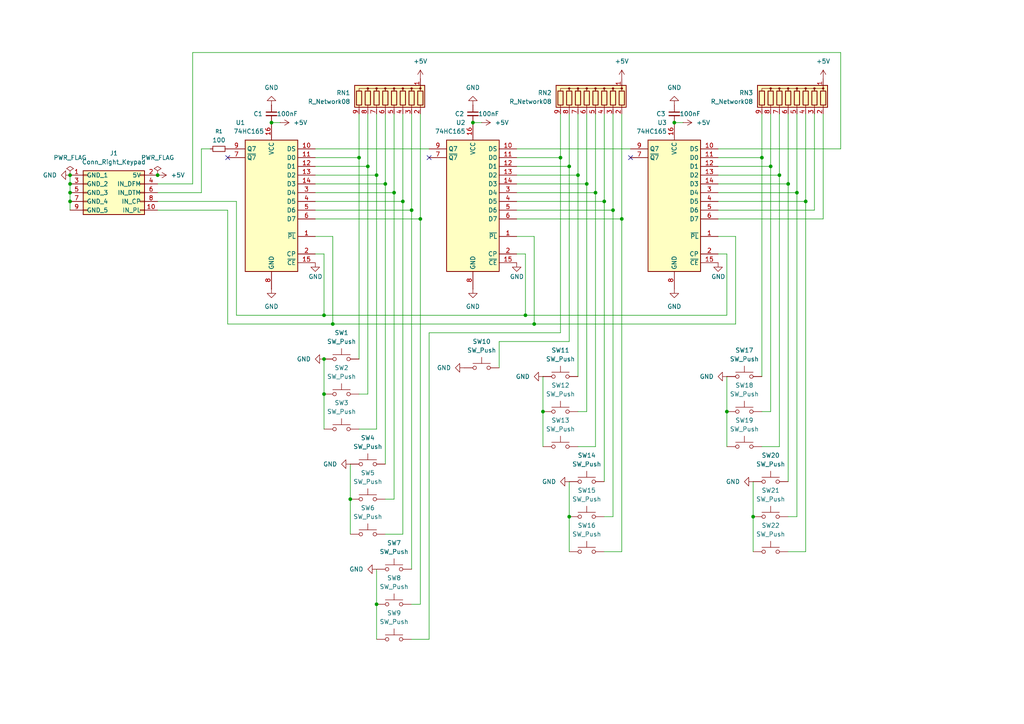
<source format=kicad_sch>
(kicad_sch (version 20250114) (generator "eeschema") (generator_version "9.0")
  (paper "A4")
  (lib_symbols
    (symbol "74xx:74HC165"
      (property "Reference" "U" (at -7.62 19.05 0))
      (property "Value" "74HC165" (at -7.62 -21.59 0))
      (symbol "74HC165_1_0"
        (pin input line (at -12.7 15.24 0) (length 5.08) (name "DS") (number "10"))
        (pin input line (at -12.7 12.7 0) (length 5.08) (name "D0") (number "11"))
        (pin input line (at -12.7 10.16 0) (length 5.08) (name "D1") (number "12"))
        (pin input line (at -12.7 7.62 0) (length 5.08) (name "D2") (number "13"))
        (pin input line (at -12.7 5.08 0) (length 5.08) (name "D3") (number "14"))
        (pin input line (at -12.7 2.54 0) (length 5.08) (name "D4") (number "3"))
        (pin input line (at -12.7 0 0) (length 5.08) (name "D5") (number "4"))
        (pin input line (at -12.7 -2.54 0) (length 5.08) (name "D6") (number "5"))
        (pin input line (at -12.7 -5.08 0) (length 5.08) (name "D7") (number "6"))
        (pin input line (at -12.7 -10.16 0) (length 5.08) (name "~{PL}") (number "1"))
        (pin input line (at -12.7 -15.24 0) (length 5.08) (name "CP") (number "2"))
        (pin input line (at -12.7 -17.78 0) (length 5.08) (name "~{CE}") (number "15"))
        (pin power_in line (at 0 22.86 270) (length 5.08) (name "VCC") (number "16"))
        (pin power_in line (at 0 -25.4 90) (length 5.08) (name "GND") (number "8"))
        (pin output line (at 12.7 15.24 180) (length 5.08) (name "Q7") (number "9"))
        (pin output line (at 12.7 12.7 180) (length 5.08) (name "~{Q7}") (number "7"))
      )
      (symbol "74HC165_1_1"
        (rectangle (start -7.62 17.78) (end 7.62 -20.32) (stroke (width 0.254)) (fill (type background)))
      )
    )
    (symbol "Device:C_Small" (pin_numbers (hide yes)) (pin_names (offset 0.254) (hide yes))
      (property "Reference" "C" (at 0.254 1.778 0))
      (property "Value" "C_Small" (at 0.254 -2.032 0))
      (symbol "C_Small_0_1"
        (polyline (pts (xy -1.524 0.508) (xy 1.524 0.508)) (stroke (width 0.3048)))
        (polyline (pts (xy -1.524 -0.508) (xy 1.524 -0.508)) (stroke (width 0.3302)))
      )
      (symbol "C_Small_1_1"
        (pin passive line (at 0 2.54 270) (length 2.032) (name "~") (number "1"))
        (pin passive line (at 0 -2.54 90) (length 2.032) (name "~") (number "2"))
      )
    )
    (symbol "Device:R_Network08" (pin_names (offset 0) (hide yes))
      (property "Reference" "RN" (at -12.7 0 90))
      (property "Value" "R_Network08" (at 10.16 0 90))
      (symbol "R_Network08_0_1"
        (rectangle (start -11.43 -3.175) (end 8.89 3.175) (stroke (width 0.254)) (fill (type background)))
        (rectangle (start -10.922 1.524) (end -9.398 -2.54) (stroke (width 0.254)))
        (circle (center -10.16 2.286) (radius 0.254) (fill (type outline)))
        (polyline (pts (xy -10.16 1.524) (xy -10.16 2.286) (xy -7.62 2.286) (xy -7.62 1.524)))
        (polyline (pts (xy -10.16 -2.54) (xy -10.16 -3.81)))
        (rectangle (start -8.382 1.524) (end -6.858 -2.54) (stroke (width 0.254)))
        (circle (center -7.62 2.286) (radius 0.254) (fill (type outline)))
        (polyline (pts (xy -7.62 1.524) (xy -7.62 2.286) (xy -5.08 2.286) (xy -5.08 1.524)))
        (polyline (pts (xy -7.62 -2.54) (xy -7.62 -3.81)))
        (rectangle (start -5.842 1.524) (end -4.318 -2.54) (stroke (width 0.254)))
        (circle (center -5.08 2.286) (radius 0.254) (fill (type outline)))
        (polyline (pts (xy -5.08 1.524) (xy -5.08 2.286) (xy -2.54 2.286) (xy -2.54 1.524)))
        (polyline (pts (xy -5.08 -2.54) (xy -5.08 -3.81)))
        (rectangle (start -3.302 1.524) (end -1.778 -2.54) (stroke (width 0.254)))
        (circle (center -2.54 2.286) (radius 0.254) (fill (type outline)))
        (polyline (pts (xy -2.54 1.524) (xy -2.54 2.286) (xy 0 2.286) (xy 0 1.524)))
        (polyline (pts (xy -2.54 -2.54) (xy -2.54 -3.81)))
        (rectangle (start -0.762 1.524) (end 0.762 -2.54) (stroke (width 0.254)))
        (circle (center 0 2.286) (radius 0.254) (fill (type outline)))
        (polyline (pts (xy 0 1.524) (xy 0 2.286) (xy 2.54 2.286) (xy 2.54 1.524)))
        (polyline (pts (xy 0 -2.54) (xy 0 -3.81)))
        (rectangle (start 1.778 1.524) (end 3.302 -2.54) (stroke (width 0.254)))
        (circle (center 2.54 2.286) (radius 0.254) (fill (type outline)))
        (polyline (pts (xy 2.54 1.524) (xy 2.54 2.286) (xy 5.08 2.286) (xy 5.08 1.524)))
        (polyline (pts (xy 2.54 -2.54) (xy 2.54 -3.81)))
        (rectangle (start 4.318 1.524) (end 5.842 -2.54) (stroke (width 0.254)))
        (circle (center 5.08 2.286) (radius 0.254) (fill (type outline)))
        (polyline (pts (xy 5.08 1.524) (xy 5.08 2.286) (xy 7.62 2.286) (xy 7.62 1.524)))
        (polyline (pts (xy 5.08 -2.54) (xy 5.08 -3.81)))
        (rectangle (start 6.858 1.524) (end 8.382 -2.54) (stroke (width 0.254)))
        (polyline (pts (xy 7.62 -2.54) (xy 7.62 -3.81)))
      )
      (symbol "R_Network08_1_1"
        (pin passive line (at -10.16 5.08 270) (length 2.54) (name "common") (number "1"))
        (pin passive line (at -10.16 -5.08 90) (length 1.27) (name "R1") (number "2"))
        (pin passive line (at -7.62 -5.08 90) (length 1.27) (name "R2") (number "3"))
        (pin passive line (at -5.08 -5.08 90) (length 1.27) (name "R3") (number "4"))
        (pin passive line (at -2.54 -5.08 90) (length 1.27) (name "R4") (number "5"))
        (pin passive line (at 0 -5.08 90) (length 1.27) (name "R5") (number "6"))
        (pin passive line (at 2.54 -5.08 90) (length 1.27) (name "R6") (number "7"))
        (pin passive line (at 5.08 -5.08 90) (length 1.27) (name "R7") (number "8"))
        (pin passive line (at 7.62 -5.08 90) (length 1.27) (name "R8") (number "9"))
      )
    )
    (symbol "Device:R_Small" (pin_numbers (hide yes)) (pin_names (offset 0.254) (hide yes))
      (property "Reference" "R" (at 0 0 90))
      (property "Value" "R_Small" (at 1.778 0 90))
      (symbol "R_Small_0_1"
        (rectangle (start -0.762 1.778) (end 0.762 -1.778) (stroke (width 0.2032)))
      )
      (symbol "R_Small_1_1"
        (pin passive line (at 0 2.54 270) (length 0.762) (name "~") (number "1"))
        (pin passive line (at 0 -2.54 90) (length 0.762) (name "~") (number "2"))
      )
    )
    (symbol "Switch:SW_Push" (pin_numbers (hide yes)) (pin_names (offset 1.016) (hide yes))
      (property "Reference" "SW" (at 1.27 2.54 0))
      (property "Value" "SW_Push" (at 0 -1.524 0))
      (symbol "SW_Push_0_1"
        (circle (center -2.032 0) (radius 0.508))
        (polyline (pts (xy 0 1.27) (xy 0 3.048)))
        (circle (center 2.032 0) (radius 0.508))
        (polyline (pts (xy 2.54 1.27) (xy -2.54 1.27)))
        (pin passive line (at -5.08 0 0) (length 2.54) (name "1") (number "1"))
        (pin passive line (at 5.08 0 180) (length 2.54) (name "2") (number "2"))
      )
    )
    (symbol "System_Connectors:Conn_Right_Keypad" (pin_names (offset 1.016))
      (property "Reference" "J" (at 1.27 7.62 0))
      (property "Value" "Conn_Right_Keypad" (at 1.27 -7.62 0))
      (symbol "Conn_Right_Keypad_1_1"
        (rectangle (start -8.89 6.35) (end 8.89 -6.35) (stroke (width 0.254)) (fill (type background)))
        (rectangle (start -8.89 5.207) (end -7.62 4.953) (stroke (width 0.1524)))
        (rectangle (start -8.89 2.667) (end -7.62 2.413) (stroke (width 0.1524)))
        (rectangle (start -8.89 0.127) (end -7.62 -0.127) (stroke (width 0.1524)))
        (rectangle (start -8.89 -2.413) (end -7.62 -2.667) (stroke (width 0.1524)))
        (rectangle (start -8.89 -4.953) (end -7.62 -5.207) (stroke (width 0.1524)))
        (rectangle (start 8.89 5.207) (end 7.62 4.953) (stroke (width 0.1524)))
        (rectangle (start 8.89 2.667) (end 7.62 2.413) (stroke (width 0.1524)))
        (rectangle (start 8.89 0.127) (end 7.62 -0.127) (stroke (width 0.1524)))
        (rectangle (start 8.89 -2.413) (end 7.62 -2.667) (stroke (width 0.1524)))
        (rectangle (start 8.89 -4.953) (end 7.62 -5.207) (stroke (width 0.1524)))
        (pin passive line (at -12.7 5.08 0) (length 3.81) (name "GND_1") (number "1"))
        (pin passive line (at -12.7 2.54 0) (length 3.81) (name "GND_2") (number "3"))
        (pin passive line (at -12.7 0 0) (length 3.81) (name "GND_3") (number "5"))
        (pin passive line (at -12.7 -2.54 0) (length 3.81) (name "GND_4") (number "7"))
        (pin passive line (at -12.7 -5.08 0) (length 3.81) (name "GND_5") (number "9"))
        (pin passive line (at 12.7 5.08 180) (length 3.81) (name "5V") (number "2"))
        (pin passive line (at 12.7 2.54 180) (length 3.81) (name "IN_DFM") (number "4"))
        (pin passive line (at 12.7 0 180) (length 3.81) (name "IN_DTM") (number "6"))
        (pin passive line (at 12.7 -2.54 180) (length 3.81) (name "IN_CP") (number "8"))
        (pin passive line (at 12.7 -5.08 180) (length 3.81) (name "IN_PL") (number "10"))
      )
    )
    (symbol "power:+5V" (power) (pin_numbers (hide yes)) (pin_names (offset 0) (hide yes))
      (property "Value" "+5V" (at 0 3.556 0))
      (symbol "+5V_0_1"
        (polyline (pts (xy -0.762 1.27) (xy 0 2.54)))
        (polyline (pts (xy 0 2.54) (xy 0.762 1.27)))
        (polyline (pts (xy 0 0) (xy 0 2.54)))
      )
      (symbol "+5V_1_1"
        (pin power_in line (at 0 0 90) (length 0) (name "~") (number "1"))
      )
    )
    (symbol "power:GND" (power) (pin_numbers (hide yes)) (pin_names (offset 0) (hide yes))
      (property "Value" "GND" (at 0 -3.81 0))
      (symbol "GND_0_1"
        (polyline (pts (xy 0 0) (xy 0 -1.27) (xy 1.27 -1.27) (xy 0 -2.54) (xy -1.27 -1.27) (xy 0 -1.27)))
      )
      (symbol "GND_1_1"
        (pin power_in line (at 0 0 270) (length 0) (name "~") (number "1"))
      )
    )
    (symbol "power:PWR_FLAG" (power) (pin_numbers (hide yes)) (pin_names (offset 0) (hide yes))
      (property "Value" "PWR_FLAG" (at 0 3.81 0))
      (symbol "PWR_FLAG_0_0"
        (pin power_out line (at 0 0 90) (length 0) (name "~") (number "1"))
      )
      (symbol "PWR_FLAG_0_1"
        (polyline (pts (xy 0 0) (xy 0 1.27) (xy -1.016 1.905) (xy 0 2.54) (xy 1.016 1.905) (xy 0 1.27)))
      )
    )
  )
  (junction (at 101.6 144.78))
  (junction (at 223.52 48.26))
  (junction (at 93.98 114.3))
  (junction (at 119.38 60.96))
  (junction (at 111.76 53.34))
  (junction (at 20.32 53.34))
  (junction (at 137.16 35.56))
  (junction (at 96.52 93.98))
  (junction (at 226.06 50.8))
  (junction (at 167.64 50.8))
  (junction (at 93.98 91.44))
  (junction (at 231.14 55.88))
  (junction (at 195.58 35.56))
  (junction (at 220.98 45.72))
  (junction (at 165.1 149.86))
  (junction (at 20.32 55.88))
  (junction (at 121.92 63.5))
  (junction (at 170.18 53.34))
  (junction (at 109.22 50.8))
  (junction (at 93.98 104.14))
  (junction (at 114.3 55.88))
  (junction (at 210.82 119.38))
  (junction (at 177.8 60.96))
  (junction (at 104.14 45.72))
  (junction (at 152.4 91.44))
  (junction (at 233.68 58.42))
  (junction (at 165.1 48.26))
  (junction (at 157.48 119.38))
  (junction (at 20.32 58.42))
  (junction (at 106.68 48.26))
  (junction (at 172.72 55.88))
  (junction (at 162.56 45.72))
  (junction (at 116.84 58.42))
  (junction (at 109.22 175.26))
  (junction (at 154.94 93.98))
  (junction (at 78.74 35.56))
  (junction (at 228.6 53.34))
  (junction (at 218.44 149.86))
  (junction (at 20.32 50.8))
  (junction (at 45.72 50.8))
  (junction (at 180.34 63.5))
  (junction (at 175.26 58.42))
  (no_connect (at 66.04 45.72))
  (no_connect (at 124.46 45.72))
  (no_connect (at 182.88 45.72))
  (wire (pts (xy 111.76 144.78) (xy 114.3 144.78)))
  (wire (pts (xy 96.52 93.98) (xy 66.04 93.98)))
  (wire (pts (xy 198.12 35.56) (xy 195.58 35.56)))
  (wire (pts (xy 165.1 48.26) (xy 165.1 99.06)))
  (wire (pts (xy 226.06 129.54) (xy 226.06 50.8)))
  (wire (pts (xy 226.06 50.8) (xy 208.28 50.8)))
  (wire (pts (xy 223.52 33.02) (xy 223.52 48.26)))
  (wire (pts (xy 68.58 91.44) (xy 68.58 58.42)))
  (wire (pts (xy 93.98 91.44) (xy 68.58 91.44)))
  (wire (pts (xy 208.28 73.66) (xy 210.82 73.66)))
  (wire (pts (xy 20.32 50.8) (xy 20.32 53.34)))
  (wire (pts (xy 124.46 96.52) (xy 162.56 96.52)))
  (wire (pts (xy 170.18 33.02) (xy 170.18 53.34)))
  (wire (pts (xy 116.84 154.94) (xy 116.84 58.42)))
  (wire (pts (xy 220.98 45.72) (xy 220.98 109.22)))
  (wire (pts (xy 104.14 33.02) (xy 104.14 45.72)))
  (wire (pts (xy 58.42 43.18) (xy 60.96 43.18)))
  (wire (pts (xy 119.38 185.42) (xy 124.46 185.42)))
  (wire (pts (xy 177.8 60.96) (xy 149.86 60.96)))
  (wire (pts (xy 157.48 109.22) (xy 157.48 119.38)))
  (wire (pts (xy 167.64 119.38) (xy 170.18 119.38)))
  (wire (pts (xy 243.84 43.18) (xy 243.84 15.24)))
  (wire (pts (xy 20.32 55.88) (xy 20.32 58.42)))
  (wire (pts (xy 175.26 149.86) (xy 177.8 149.86)))
  (wire (pts (xy 233.68 160.02) (xy 233.68 58.42)))
  (wire (pts (xy 228.6 53.34) (xy 208.28 53.34)))
  (wire (pts (xy 101.6 144.78) (xy 101.6 154.94)))
  (wire (pts (xy 66.04 60.96) (xy 45.72 60.96)))
  (wire (pts (xy 152.4 91.44) (xy 210.82 91.44)))
  (wire (pts (xy 154.94 68.58) (xy 154.94 93.98)))
  (wire (pts (xy 177.8 149.86) (xy 177.8 60.96)))
  (wire (pts (xy 233.68 33.02) (xy 233.68 58.42)))
  (wire (pts (xy 119.38 33.02) (xy 119.38 60.96)))
  (wire (pts (xy 111.76 53.34) (xy 111.76 134.62)))
  (wire (pts (xy 58.42 55.88) (xy 45.72 55.88)))
  (wire (pts (xy 93.98 73.66) (xy 93.98 91.44)))
  (wire (pts (xy 154.94 93.98) (xy 213.36 93.98)))
  (wire (pts (xy 208.28 43.18) (xy 243.84 43.18)))
  (wire (pts (xy 91.44 73.66) (xy 93.98 73.66)))
  (wire (pts (xy 66.04 93.98) (xy 66.04 60.96)))
  (wire (pts (xy 106.68 48.26) (xy 91.44 48.26)))
  (wire (pts (xy 104.14 104.14) (xy 104.14 45.72)))
  (wire (pts (xy 20.32 53.34) (xy 20.32 55.88)))
  (wire (pts (xy 162.56 33.02) (xy 162.56 45.72)))
  (wire (pts (xy 68.58 58.42) (xy 45.72 58.42)))
  (wire (pts (xy 238.76 63.5) (xy 208.28 63.5)))
  (wire (pts (xy 175.26 58.42) (xy 149.86 58.42)))
  (wire (pts (xy 96.52 93.98) (xy 154.94 93.98)))
  (wire (pts (xy 101.6 134.62) (xy 101.6 144.78)))
  (wire (pts (xy 170.18 119.38) (xy 170.18 53.34)))
  (wire (pts (xy 106.68 48.26) (xy 106.68 114.3)))
  (wire (pts (xy 109.22 124.46) (xy 104.14 124.46)))
  (wire (pts (xy 231.14 149.86) (xy 231.14 55.88)))
  (wire (pts (xy 208.28 68.58) (xy 213.36 68.58)))
  (wire (pts (xy 177.8 33.02) (xy 177.8 60.96)))
  (wire (pts (xy 119.38 60.96) (xy 91.44 60.96)))
  (wire (pts (xy 114.3 33.02) (xy 114.3 55.88)))
  (wire (pts (xy 96.52 68.58) (xy 96.52 93.98)))
  (wire (pts (xy 111.76 154.94) (xy 116.84 154.94)))
  (wire (pts (xy 114.3 144.78) (xy 114.3 55.88)))
  (wire (pts (xy 157.48 119.38) (xy 157.48 129.54)))
  (wire (pts (xy 228.6 33.02) (xy 228.6 53.34)))
  (wire (pts (xy 180.34 33.02) (xy 180.34 63.5)))
  (wire (pts (xy 45.72 53.34) (xy 55.88 53.34)))
  (wire (pts (xy 226.06 33.02) (xy 226.06 50.8)))
  (wire (pts (xy 149.86 43.18) (xy 182.88 43.18)))
  (wire (pts (xy 220.98 119.38) (xy 223.52 119.38)))
  (wire (pts (xy 81.28 35.56) (xy 78.74 35.56)))
  (wire (pts (xy 149.86 68.58) (xy 154.94 68.58)))
  (wire (pts (xy 104.14 45.72) (xy 91.44 45.72)))
  (wire (pts (xy 223.52 119.38) (xy 223.52 48.26)))
  (wire (pts (xy 91.44 43.18) (xy 124.46 43.18)))
  (wire (pts (xy 167.64 50.8) (xy 167.64 109.22)))
  (wire (pts (xy 58.42 43.18) (xy 58.42 55.88)))
  (wire (pts (xy 109.22 50.8) (xy 109.22 124.46)))
  (wire (pts (xy 106.68 114.3) (xy 104.14 114.3)))
  (wire (pts (xy 162.56 96.52) (xy 162.56 45.72)))
  (wire (pts (xy 139.7 35.56) (xy 137.16 35.56)))
  (wire (pts (xy 55.88 15.24) (xy 55.88 53.34)))
  (wire (pts (xy 228.6 160.02) (xy 233.68 160.02)))
  (wire (pts (xy 210.82 119.38) (xy 210.82 129.54)))
  (wire (pts (xy 167.64 129.54) (xy 172.72 129.54)))
  (wire (pts (xy 172.72 129.54) (xy 172.72 55.88)))
  (wire (pts (xy 210.82 73.66) (xy 210.82 91.44)))
  (wire (pts (xy 175.26 33.02) (xy 175.26 58.42)))
  (wire (pts (xy 116.84 58.42) (xy 91.44 58.42)))
  (wire (pts (xy 180.34 160.02) (xy 180.34 63.5)))
  (wire (pts (xy 144.78 106.68) (xy 144.78 99.06)))
  (wire (pts (xy 236.22 33.02) (xy 236.22 60.96)))
  (wire (pts (xy 121.92 33.02) (xy 121.92 63.5)))
  (wire (pts (xy 152.4 91.44) (xy 93.98 91.44)))
  (wire (pts (xy 149.86 48.26) (xy 165.1 48.26)))
  (wire (pts (xy 109.22 33.02) (xy 109.22 50.8)))
  (wire (pts (xy 167.64 33.02) (xy 167.64 50.8)))
  (wire (pts (xy 236.22 60.96) (xy 208.28 60.96)))
  (wire (pts (xy 114.3 55.88) (xy 91.44 55.88)))
  (wire (pts (xy 220.98 129.54) (xy 226.06 129.54)))
  (wire (pts (xy 165.1 149.86) (xy 165.1 160.02)))
  (wire (pts (xy 220.98 45.72) (xy 208.28 45.72)))
  (wire (pts (xy 119.38 175.26) (xy 121.92 175.26)))
  (wire (pts (xy 172.72 55.88) (xy 149.86 55.88)))
  (wire (pts (xy 93.98 104.14) (xy 93.98 114.3)))
  (wire (pts (xy 111.76 53.34) (xy 91.44 53.34)))
  (wire (pts (xy 144.78 99.06) (xy 165.1 99.06)))
  (wire (pts (xy 218.44 139.7) (xy 218.44 149.86)))
  (wire (pts (xy 20.32 58.42) (xy 20.32 60.96)))
  (wire (pts (xy 119.38 60.96) (xy 119.38 165.1)))
  (wire (pts (xy 175.26 58.42) (xy 175.26 139.7)))
  (wire (pts (xy 93.98 114.3) (xy 93.98 124.46)))
  (wire (pts (xy 228.6 149.86) (xy 231.14 149.86)))
  (wire (pts (xy 165.1 33.02) (xy 165.1 48.26)))
  (wire (pts (xy 149.86 73.66) (xy 152.4 73.66)))
  (wire (pts (xy 218.44 149.86) (xy 218.44 160.02)))
  (wire (pts (xy 220.98 33.02) (xy 220.98 45.72)))
  (wire (pts (xy 109.22 175.26) (xy 109.22 185.42)))
  (wire (pts (xy 213.36 68.58) (xy 213.36 93.98)))
  (wire (pts (xy 162.56 45.72) (xy 149.86 45.72)))
  (wire (pts (xy 180.34 63.5) (xy 149.86 63.5)))
  (wire (pts (xy 121.92 63.5) (xy 91.44 63.5)))
  (wire (pts (xy 170.18 53.34) (xy 149.86 53.34)))
  (wire (pts (xy 109.22 165.1) (xy 109.22 175.26)))
  (wire (pts (xy 228.6 53.34) (xy 228.6 139.7)))
  (wire (pts (xy 165.1 139.7) (xy 165.1 149.86)))
  (wire (pts (xy 91.44 68.58) (xy 96.52 68.58)))
  (wire (pts (xy 116.84 33.02) (xy 116.84 58.42)))
  (wire (pts (xy 172.72 33.02) (xy 172.72 55.88)))
  (wire (pts (xy 233.68 58.42) (xy 208.28 58.42)))
  (wire (pts (xy 231.14 55.88) (xy 208.28 55.88)))
  (wire (pts (xy 210.82 109.22) (xy 210.82 119.38)))
  (wire (pts (xy 152.4 73.66) (xy 152.4 91.44)))
  (wire (pts (xy 243.84 15.24) (xy 55.88 15.24)))
  (wire (pts (xy 121.92 175.26) (xy 121.92 63.5)))
  (wire (pts (xy 231.14 33.02) (xy 231.14 55.88)))
  (wire (pts (xy 167.64 50.8) (xy 149.86 50.8)))
  (wire (pts (xy 175.26 160.02) (xy 180.34 160.02)))
  (wire (pts (xy 106.68 33.02) (xy 106.68 48.26)))
  (wire (pts (xy 223.52 48.26) (xy 208.28 48.26)))
  (wire (pts (xy 238.76 33.02) (xy 238.76 63.5)))
  (wire (pts (xy 111.76 33.02) (xy 111.76 53.34)))
  (wire (pts (xy 109.22 50.8) (xy 91.44 50.8)))
  (wire (pts (xy 124.46 185.42) (xy 124.46 96.52)))
  (symbol (lib_id "power:GND") (at 109.22 165.1 270) (unit 1)
    (property "Reference" "#PWR015" (effects (hide yes)))
    (property "Value" "GND" (at 105.41 165.0999 90) (effects (justify right)))
    (property "Description" "Power symbol creates a global label with name \"GND\" , ground" (effects (hide yes)))
  )
  (symbol (lib_id "Switch:SW_Push") (at 170.18 149.86 0) (unit 1)
    (property "Reference" "SW15" (at 170.18 142.24 0))
    (property "Value" "SW_Push" (at 170.18 144.78 0))
    (property "Footprint" "Custom_Footprints:SW_PUSH-12mm_Grid" (effects (hide yes)))
    (property "Description" "Push button switch, generic, two pins" (effects (hide yes)))
  )
  (symbol (lib_id "power:GND") (at 195.58 83.82 0) (mirror y) (unit 1)
    (property "Reference" "#PWR09" (effects (hide yes)))
    (property "Value" "GND" (at 195.58 88.9 0))
    (property "Description" "Power symbol creates a global label with name \"GND\" , ground" (effects (hide yes)))
  )
  (symbol (lib_id "Device:R_Network08") (at 228.6 27.94 0) (mirror y) (unit 1)
    (property "Reference" "RN3" (at 218.44 26.9239 0) (effects (justify left)))
    (property "Value" "R_Network08" (at 218.44 29.4639 0) (effects (justify left)))
    (property "Footprint" "Resistor_THT:R_Array_SIP9" (effects (hide yes)))
    (property "Datasheet" "http://www.vishay.com/docs/31509/csc.pdf" (effects (hide yes)))
    (property "Description" "8 resistor network, star topology, bussed resistors, small symbol" (effects (hide yes)))
  )
  (symbol (lib_id "power:GND") (at 20.32 50.8 270) (unit 1)
    (property "Reference" "#PWR01" (effects (hide yes)))
    (property "Value" "GND" (at 16.51 50.7999 90) (effects (justify right)))
    (property "Description" "Power symbol creates a global label with name \"GND\" , ground" (effects (hide yes)))
  )
  (symbol (lib_id "Switch:SW_Push") (at 162.56 109.22 0) (unit 1)
    (property "Reference" "SW11" (at 162.56 101.6 0))
    (property "Value" "SW_Push" (at 162.56 104.14 0))
    (property "Footprint" "Custom_Footprints:SW_PUSH-12mm_Grid" (effects (hide yes)))
    (property "Description" "Push button switch, generic, two pins" (effects (hide yes)))
  )
  (symbol (lib_id "power:GND") (at 218.44 139.7 270) (unit 1)
    (property "Reference" "#PWR020" (effects (hide yes)))
    (property "Value" "GND" (at 214.63 139.6999 90) (effects (justify right)))
    (property "Description" "Power symbol creates a global label with name \"GND\" , ground" (effects (hide yes)))
  )
  (symbol (lib_id "Switch:SW_Push") (at 223.52 139.7 0) (unit 1)
    (property "Reference" "SW20" (at 223.52 132.08 0))
    (property "Value" "SW_Push" (at 223.52 134.62 0))
    (property "Footprint" "Custom_Footprints:SW_PUSH-12mm_Grid" (effects (hide yes)))
    (property "Description" "Push button switch, generic, two pins" (effects (hide yes)))
  )
  (symbol (lib_id "power:+5V") (at 139.7 35.56 270) (mirror x) (unit 1)
    (property "Reference" "#PWR05" (effects (hide yes)))
    (property "Value" "+5V" (at 143.51 35.5599 90) (effects (justify left)))
    (property "Description" "Power symbol creates a global label with name \"+5V\"" (effects (hide yes)))
  )
  (symbol (lib_id "Switch:SW_Push") (at 114.3 165.1 0) (unit 1)
    (property "Reference" "SW7" (at 114.3 157.48 0))
    (property "Value" "SW_Push" (at 114.3 160.02 0))
    (property "Footprint" "Custom_Footprints:SW_PUSH-12mm_Grid" (effects (hide yes)))
    (property "Description" "Push button switch, generic, two pins" (effects (hide yes)))
  )
  (symbol (lib_id "power:+5V") (at 238.76 22.86 0) (unit 1)
    (property "Reference" "#PWR012" (effects (hide yes)))
    (property "Value" "+5V" (at 238.76 17.78 0))
    (property "Description" "Power symbol creates a global label with name \"+5V\"" (effects (hide yes)))
  )
  (symbol (lib_id "Switch:SW_Push") (at 99.06 124.46 0) (unit 1)
    (property "Reference" "SW3" (at 99.06 116.84 0))
    (property "Value" "SW_Push" (at 99.06 119.38 0))
    (property "Footprint" "Custom_Footprints:SW_PUSH-12mm_Grid" (effects (hide yes)))
    (property "Description" "Push button switch, generic, two pins" (effects (hide yes)))
  )
  (symbol (lib_id "power:GND") (at 137.16 83.82 0) (mirror y) (unit 1)
    (property "Reference" "#PWR04" (effects (hide yes)))
    (property "Value" "GND" (at 137.16 88.9 0))
    (property "Description" "Power symbol creates a global label with name \"GND\" , ground" (effects (hide yes)))
  )
  (symbol (lib_id "power:+5V") (at 45.72 50.8 270) (unit 1)
    (property "Reference" "#PWR02" (effects (hide yes)))
    (property "Value" "+5V" (at 49.53 50.7999 90) (effects (justify left)))
    (property "Description" "Power symbol creates a global label with name \"+5V\"" (effects (hide yes)))
  )
  (symbol (lib_id "Switch:SW_Push") (at 99.06 114.3 0) (unit 1)
    (property "Reference" "SW2" (at 99.06 106.68 0))
    (property "Value" "SW_Push" (at 99.06 109.22 0))
    (property "Footprint" "Custom_Footprints:SW_PUSH-12mm_Grid" (effects (hide yes)))
    (property "Description" "Push button switch, generic, two pins" (effects (hide yes)))
  )
  (symbol (lib_id "power:GND") (at 165.1 139.7 270) (unit 1)
    (property "Reference" "#PWR018" (effects (hide yes)))
    (property "Value" "GND" (at 161.29 139.6999 90) (effects (justify right)))
    (property "Description" "Power symbol creates a global label with name \"GND\" , ground" (effects (hide yes)))
  )
  (symbol (lib_id "power:GND") (at 78.74 30.48 0) (mirror x) (unit 1)
    (property "Reference" "#PWR0104" (effects (hide yes)))
    (property "Value" "GND" (at 78.74 25.4 0))
    (property "Description" "Power symbol creates a global label with name \"GND\" , ground" (effects (hide yes)))
  )
  (symbol (lib_id "power:+5V") (at 121.92 22.86 0) (mirror y) (unit 1)
    (property "Reference" "#PWR0103" (effects (hide yes)))
    (property "Value" "+5V" (at 121.92 17.78 0))
    (property "Description" "Power symbol creates a global label with name \"+5V\"" (effects (hide yes)))
  )
  (symbol (lib_id "Switch:SW_Push") (at 114.3 175.26 0) (unit 1)
    (property "Reference" "SW8" (at 114.3 167.64 0))
    (property "Value" "SW_Push" (at 114.3 170.18 0))
    (property "Footprint" "Custom_Footprints:SW_PUSH-12mm_Grid" (effects (hide yes)))
    (property "Description" "Push button switch, generic, two pins" (effects (hide yes)))
  )
  (symbol (lib_id "power:PWR_FLAG") (at 20.32 50.8 0) (unit 1)
    (property "Reference" "#FLG01" (effects (hide yes)))
    (property "Value" "PWR_FLAG" (at 20.32 45.72 0))
    (property "Description" "Special symbol for telling ERC where power comes from" (effects (hide yes)))
  )
  (symbol (lib_id "power:GND") (at 93.98 104.14 270) (unit 1)
    (property "Reference" "#PWR013" (effects (hide yes)))
    (property "Value" "GND" (at 90.17 104.1399 90) (effects (justify right)))
    (property "Description" "Power symbol creates a global label with name \"GND\" , ground" (effects (hide yes)))
  )
  (symbol (lib_id "Switch:SW_Push") (at 223.52 160.02 0) (unit 1)
    (property "Reference" "SW22" (at 223.52 152.4 0))
    (property "Value" "SW_Push" (at 223.52 154.94 0))
    (property "Footprint" "Custom_Footprints:SW_PUSH-12mm_Grid" (effects (hide yes)))
    (property "Description" "Push button switch, generic, two pins" (effects (hide yes)))
  )
  (symbol (lib_id "Device:C_Small") (at 78.74 33.02 0) (mirror y) (unit 1)
    (property "Reference" "C1" (at 76.2 33.02 0) (effects (justify left)))
    (property "Value" "100nF" (at 86.36 33.02 0) (effects (justify left)))
    (property "Footprint" "Capacitor_THT:C_Disc_D5.0mm_W2.5mm_P2.50mm" (effects (hide yes)))
    (property "Description" "Unpolarized capacitor, small symbol" (effects (hide yes)))
  )
  (symbol (lib_id "power:+5V") (at 198.12 35.56 270) (mirror x) (unit 1)
    (property "Reference" "#PWR010" (effects (hide yes)))
    (property "Value" "+5V" (at 201.93 35.5599 90) (effects (justify left)))
    (property "Description" "Power symbol creates a global label with name \"+5V\"" (effects (hide yes)))
  )
  (symbol (lib_id "Switch:SW_Push") (at 106.68 134.62 0) (unit 1)
    (property "Reference" "SW4" (at 106.68 127 0))
    (property "Value" "SW_Push" (at 106.68 129.54 0))
    (property "Footprint" "Custom_Footprints:SW_PUSH-12mm_Grid" (effects (hide yes)))
    (property "Description" "Push button switch, generic, two pins" (effects (hide yes)))
  )
  (symbol (lib_id "74xx:74HC165") (at 195.58 58.42 0) (mirror y) (unit 1)
    (property "Reference" "U3" (at 193.4367 35.56 0) (effects (justify left)))
    (property "Value" "74HC165" (at 193.4367 38.1 0) (effects (justify left)))
    (property "Footprint" "Package_DIP:DIP-16_W7.62mm" (effects (hide yes)))
    (property "Datasheet" "https://assets.nexperia.com/documents/data-sheet/74HC_HCT165.pdf" (effects (hide yes)))
    (property "Description" "Shift Register, 8-bit, Parallel Load" (effects (hide yes)))
  )
  (symbol (lib_id "power:GND") (at 78.74 83.82 0) (mirror y) (unit 1)
    (property "Reference" "#PWR0101" (effects (hide yes)))
    (property "Value" "GND" (at 78.74 88.9 0))
    (property "Description" "Power symbol creates a global label with name \"GND\" , ground" (effects (hide yes)))
  )
  (symbol (lib_id "power:+5V") (at 81.28 35.56 270) (mirror x) (unit 1)
    (property "Reference" "#PWR0105" (effects (hide yes)))
    (property "Value" "+5V" (at 85.09 35.5599 90) (effects (justify left)))
    (property "Description" "Power symbol creates a global label with name \"+5V\"" (effects (hide yes)))
  )
  (symbol (lib_id "Switch:SW_Push") (at 99.06 104.14 0) (unit 1)
    (property "Reference" "SW1" (at 99.06 96.52 0))
    (property "Value" "SW_Push" (at 99.06 99.06 0))
    (property "Footprint" "Custom_Footprints:SW_PUSH-12mm_Grid" (effects (hide yes)))
    (property "Description" "Push button switch, generic, two pins" (effects (hide yes)))
  )
  (symbol (lib_id "Device:R_Small") (at 63.5 43.18 90) (unit 1)
    (property "Reference" "R1" (at 63.5 38.1 90) (effects (font (size 1.016 1.016))))
    (property "Value" "100" (at 63.5 40.64 90))
    (property "Footprint" "Resistor_THT:R_Axial_DIN0207_L6.3mm_D2.5mm_P7.62mm_Horizontal" (effects (hide yes)))
    (property "Description" "Resistor, small symbol" (effects (hide yes)))
  )
  (symbol (lib_id "Switch:SW_Push") (at 106.68 144.78 0) (unit 1)
    (property "Reference" "SW5" (at 106.68 137.16 0))
    (property "Value" "SW_Push" (at 106.68 139.7 0))
    (property "Footprint" "Custom_Footprints:SW_PUSH-12mm_Grid" (effects (hide yes)))
    (property "Description" "Push button switch, generic, two pins" (effects (hide yes)))
  )
  (symbol (lib_id "Device:C_Small") (at 137.16 33.02 0) (mirror y) (unit 1)
    (property "Reference" "C2" (at 134.62 33.02 0) (effects (justify left)))
    (property "Value" "100nF" (at 144.78 33.02 0) (effects (justify left)))
    (property "Footprint" "Capacitor_THT:C_Disc_D5.0mm_W2.5mm_P2.50mm" (effects (hide yes)))
    (property "Description" "Unpolarized capacitor, small symbol" (effects (hide yes)))
  )
  (symbol (lib_id "power:GND") (at 208.28 76.2 0) (mirror y) (unit 1)
    (property "Reference" "#PWR011" (effects (hide yes)))
    (property "Value" "GND" (at 206.2923 80.2422 0) (effects (justify right)))
    (property "Description" "Power symbol creates a global label with name \"GND\" , ground" (effects (hide yes)))
  )
  (symbol (lib_id "Device:R_Network08") (at 111.76 27.94 0) (mirror y) (unit 1)
    (property "Reference" "RN1" (at 101.6 26.9239 0) (effects (justify left)))
    (property "Value" "R_Network08" (at 101.6 29.4639 0) (effects (justify left)))
    (property "Footprint" "Resistor_THT:R_Array_SIP9" (effects (hide yes)))
    (property "Datasheet" "http://www.vishay.com/docs/31509/csc.pdf" (effects (hide yes)))
    (property "Description" "8 resistor network, star topology, bussed resistors, small symbol" (effects (hide yes)))
  )
  (symbol (lib_id "Switch:SW_Push") (at 106.68 154.94 0) (unit 1)
    (property "Reference" "SW6" (at 106.68 147.32 0))
    (property "Value" "SW_Push" (at 106.68 149.86 0))
    (property "Footprint" "Custom_Footprints:SW_PUSH-12mm_Grid" (effects (hide yes)))
    (property "Description" "Push button switch, generic, two pins" (effects (hide yes)))
  )
  (symbol (lib_id "power:GND") (at 157.48 109.22 270) (unit 1)
    (property "Reference" "#PWR017" (effects (hide yes)))
    (property "Value" "GND" (at 153.67 109.2199 90) (effects (justify right)))
    (property "Description" "Power symbol creates a global label with name \"GND\" , ground" (effects (hide yes)))
  )
  (symbol (lib_id "power:GND") (at 91.44 76.2 0) (mirror y) (unit 1)
    (property "Reference" "#PWR0102" (effects (hide yes)))
    (property "Value" "GND" (at 89.4523 80.2422 0) (effects (justify right)))
    (property "Description" "Power symbol creates a global label with name \"GND\" , ground" (effects (hide yes)))
  )
  (symbol (lib_id "Switch:SW_Push") (at 170.18 160.02 0) (unit 1)
    (property "Reference" "SW16" (at 170.18 152.4 0))
    (property "Value" "SW_Push" (at 170.18 154.94 0))
    (property "Footprint" "Custom_Footprints:SW_PUSH-12mm_Grid" (effects (hide yes)))
    (property "Description" "Push button switch, generic, two pins" (effects (hide yes)))
  )
  (symbol (lib_id "Switch:SW_Push") (at 215.9 119.38 0) (unit 1)
    (property "Reference" "SW18" (at 215.9 111.76 0))
    (property "Value" "SW_Push" (at 215.9 114.3 0))
    (property "Footprint" "Custom_Footprints:SW_PUSH-12mm_Grid" (effects (hide yes)))
    (property "Description" "Push button switch, generic, two pins" (effects (hide yes)))
  )
  (symbol (lib_id "power:GND") (at 149.86 76.2 0) (mirror y) (unit 1)
    (property "Reference" "#PWR06" (effects (hide yes)))
    (property "Value" "GND" (at 147.8723 80.2422 0) (effects (justify right)))
    (property "Description" "Power symbol creates a global label with name \"GND\" , ground" (effects (hide yes)))
  )
  (symbol (lib_id "74xx:74HC165") (at 78.74 58.42 0) (mirror y) (unit 1)
    (property "Reference" "U1" (at 71.12 35.56 0) (effects (justify left)))
    (property "Value" "74HC165" (at 76.5967 38.1 0) (effects (justify left)))
    (property "Footprint" "Package_DIP:DIP-16_W7.62mm" (effects (hide yes)))
    (property "Datasheet" "https://assets.nexperia.com/documents/data-sheet/74HC_HCT165.pdf" (effects (hide yes)))
    (property "Description" "Shift Register, 8-bit, Parallel Load" (effects (hide yes)))
  )
  (symbol (lib_id "Switch:SW_Push") (at 114.3 185.42 0) (unit 1)
    (property "Reference" "SW9" (at 114.3 177.8 0))
    (property "Value" "SW_Push" (at 114.3 180.34 0))
    (property "Footprint" "Custom_Footprints:SW_PUSH-12mm_Grid" (effects (hide yes)))
    (property "Description" "Push button switch, generic, two pins" (effects (hide yes)))
  )
  (symbol (lib_id "power:GND") (at 101.6 134.62 270) (unit 1)
    (property "Reference" "#PWR014" (effects (hide yes)))
    (property "Value" "GND" (at 97.79 134.6199 90) (effects (justify right)))
    (property "Description" "Power symbol creates a global label with name \"GND\" , ground" (effects (hide yes)))
  )
  (symbol (lib_id "power:GND") (at 134.62 106.68 270) (unit 1)
    (property "Reference" "#PWR016" (effects (hide yes)))
    (property "Value" "GND" (at 130.81 106.6799 90) (effects (justify right)))
    (property "Description" "Power symbol creates a global label with name \"GND\" , ground" (effects (hide yes)))
  )
  (symbol (lib_id "Switch:SW_Push") (at 215.9 109.22 0) (unit 1)
    (property "Reference" "SW17" (at 215.9 101.6 0))
    (property "Value" "SW_Push" (at 215.9 104.14 0))
    (property "Footprint" "Custom_Footprints:SW_PUSH-12mm_Grid" (effects (hide yes)))
    (property "Description" "Push button switch, generic, two pins" (effects (hide yes)))
  )
  (symbol (lib_id "Device:R_Network08") (at 170.18 27.94 0) (mirror y) (unit 1)
    (property "Reference" "RN2" (at 160.02 26.9239 0) (effects (justify left)))
    (property "Value" "R_Network08" (at 160.02 29.4639 0) (effects (justify left)))
    (property "Footprint" "Resistor_THT:R_Array_SIP9" (effects (hide yes)))
    (property "Datasheet" "http://www.vishay.com/docs/31509/csc.pdf" (effects (hide yes)))
    (property "Description" "8 resistor network, star topology, bussed resistors, small symbol" (effects (hide yes)))
  )
  (symbol (lib_id "74xx:74HC165") (at 137.16 58.42 0) (mirror y) (unit 1)
    (property "Reference" "U2" (at 135.0167 35.56 0) (effects (justify left)))
    (property "Value" "74HC165" (at 135.0167 38.1 0) (effects (justify left)))
    (property "Footprint" "Package_DIP:DIP-16_W7.62mm" (effects (hide yes)))
    (property "Datasheet" "https://assets.nexperia.com/documents/data-sheet/74HC_HCT165.pdf" (effects (hide yes)))
    (property "Description" "Shift Register, 8-bit, Parallel Load" (effects (hide yes)))
  )
  (symbol (lib_id "power:GND") (at 210.82 109.22 270) (unit 1)
    (property "Reference" "#PWR019" (effects (hide yes)))
    (property "Value" "GND" (at 207.01 109.2199 90) (effects (justify right)))
    (property "Description" "Power symbol creates a global label with name \"GND\" , ground" (effects (hide yes)))
  )
  (symbol (lib_id "System_Connectors:Conn_Right_Keypad") (at 33.02 55.88 0) (unit 1)
    (property "Reference" "J1" (at 33.02 44.45 0))
    (property "Value" "Conn_Right_Keypad" (at 33.02 46.99 0))
    (property "Footprint" "Connector_IDC:IDC-Header_2x05_P2.54mm_Vertical" (effects (hide yes)))
    (property "Description" "Generic connector, double row, 02x05, odd/even pin numbering scheme (row 1 odd numbers, row 2 even numbers), script generated (kicad-library-utils/schlib/autogen/connector/)" (effects (hide yes)))
  )
  (symbol (lib_id "power:GND") (at 195.58 30.48 0) (mirror x) (unit 1)
    (property "Reference" "#PWR08" (effects (hide yes)))
    (property "Value" "GND" (at 195.58 25.4 0))
    (property "Description" "Power symbol creates a global label with name \"GND\" , ground" (effects (hide yes)))
  )
  (symbol (lib_id "power:GND") (at 137.16 30.48 0) (mirror x) (unit 1)
    (property "Reference" "#PWR03" (effects (hide yes)))
    (property "Value" "GND" (at 137.16 25.4 0))
    (property "Description" "Power symbol creates a global label with name \"GND\" , ground" (effects (hide yes)))
  )
  (symbol (lib_id "Switch:SW_Push") (at 162.56 119.38 0) (unit 1)
    (property "Reference" "SW12" (at 162.56 111.76 0))
    (property "Value" "SW_Push" (at 162.56 114.3 0))
    (property "Footprint" "Custom_Footprints:SW_PUSH-12mm_Grid" (effects (hide yes)))
    (property "Description" "Push button switch, generic, two pins" (effects (hide yes)))
  )
  (symbol (lib_id "power:PWR_FLAG") (at 45.72 50.8 0) (unit 1)
    (property "Reference" "#FLG02" (effects (hide yes)))
    (property "Value" "PWR_FLAG" (at 45.72 45.72 0))
    (property "Description" "Special symbol for telling ERC where power comes from" (effects (hide yes)))
  )
  (symbol (lib_id "Switch:SW_Push") (at 170.18 139.7 0) (unit 1)
    (property "Reference" "SW14" (at 170.18 132.08 0))
    (property "Value" "SW_Push" (at 170.18 134.62 0))
    (property "Footprint" "Custom_Footprints:SW_PUSH-12mm_Grid" (effects (hide yes)))
    (property "Description" "Push button switch, generic, two pins" (effects (hide yes)))
  )
  (symbol (lib_id "Switch:SW_Push") (at 139.7 106.68 0) (unit 1)
    (property "Reference" "SW10" (at 139.7 99.06 0))
    (property "Value" "SW_Push" (at 139.7 101.6 0))
    (property "Footprint" "Custom_Footprints:SW_PUSH-12mm_Grid" (effects (hide yes)))
    (property "Description" "Push button switch, generic, two pins" (effects (hide yes)))
  )
  (symbol (lib_id "Switch:SW_Push") (at 215.9 129.54 0) (unit 1)
    (property "Reference" "SW19" (at 215.9 121.92 0))
    (property "Value" "SW_Push" (at 215.9 124.46 0))
    (property "Footprint" "Custom_Footprints:SW_PUSH-12mm_Grid" (effects (hide yes)))
    (property "Description" "Push button switch, generic, two pins" (effects (hide yes)))
  )
  (symbol (lib_id "power:+5V") (at 180.34 22.86 0) (mirror y) (unit 1)
    (property "Reference" "#PWR07" (effects (hide yes)))
    (property "Value" "+5V" (at 180.34 17.78 0))
    (property "Description" "Power symbol creates a global label with name \"+5V\"" (effects (hide yes)))
  )
  (symbol (lib_id "Device:C_Small") (at 195.58 33.02 0) (mirror y) (unit 1)
    (property "Reference" "C3" (at 193.04 33.02 0) (effects (justify left)))
    (property "Value" "100nF" (at 203.2 33.02 0) (effects (justify left)))
    (property "Footprint" "Capacitor_THT:C_Disc_D5.0mm_W2.5mm_P2.50mm" (effects (hide yes)))
    (property "Description" "Unpolarized capacitor, small symbol" (effects (hide yes)))
  )
  (symbol (lib_id "Switch:SW_Push") (at 162.56 129.54 0) (unit 1)
    (property "Reference" "SW13" (at 162.56 121.92 0))
    (property "Value" "SW_Push" (at 162.56 124.46 0))
    (property "Footprint" "Custom_Footprints:SW_PUSH-12mm_Grid" (effects (hide yes)))
    (property "Description" "Push button switch, generic, two pins" (effects (hide yes)))
  )
  (symbol (lib_id "Switch:SW_Push") (at 223.52 149.86 0) (unit 1)
    (property "Reference" "SW21" (at 223.52 142.24 0))
    (property "Value" "SW_Push" (at 223.52 144.78 0))
    (property "Footprint" "Custom_Footprints:SW_PUSH-12mm_Grid" (effects (hide yes)))
    (property "Description" "Push button switch, generic, two pins" (effects (hide yes)))
  )
)
</source>
